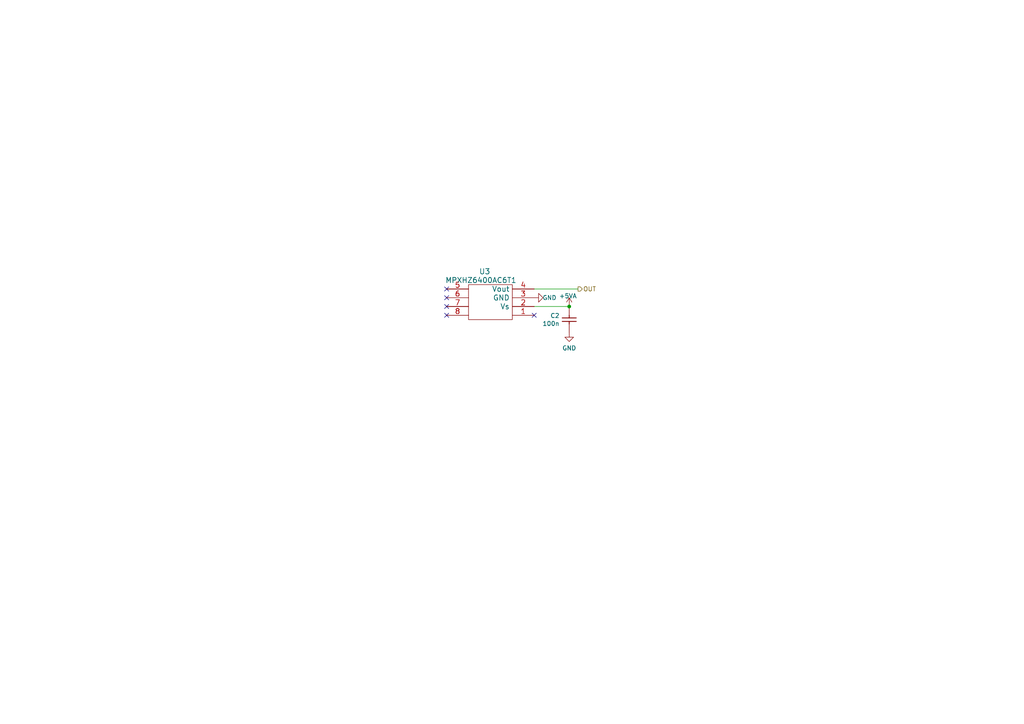
<source format=kicad_sch>
(kicad_sch (version 20230121) (generator eeschema)
  (paper "A4")
  (lib_symbols
    (symbol "MPX-4_MAP:MPX4_MAP" (pin_names (offset 0.762))
      (property "Reference" "U1" (at 3.2512 -11.7856 0))
      (property "Value" "MPXH6400A" (at -1.8288 -9.0932 0))
      (symbol "MPX4_MAP_0_1"
        (rectangle (start -2.54 7.62) (end 10.16 -2.54))
      )
      (symbol "MPX4_MAP_1_1"
        (pin passive line (at -8.89 6.35 0) (length 6.35) (name "") (number "1"))
        (pin passive line (at -8.89 3.81 0) (length 6.35) (name "Vs") (number "2"))
        (pin passive line (at -8.89 1.27 0) (length 6.35) (name "GND") (number "3"))
        (pin passive line (at -8.89 -1.27 0) (length 6.35) (name "Vout") (number "4"))
        (pin passive line (at 16.51 -1.27 180) (length 6.35) (name "") (number "5"))
        (pin passive line (at 16.51 1.27 180) (length 6.35) (name "") (number "6"))
        (pin passive line (at 16.51 3.81 180) (length 6.35) (name "") (number "7"))
        (pin passive line (at 16.51 6.35 180) (length 6.35) (name "") (number "8"))
      )
    )
    (symbol "hellen-one-common:Cap" (pin_numbers hide)
      (property "Reference" "C" (at -3.81 2.54 0))
      (property "Value" "Cap" (at -2.54 -1.27 0))
      (symbol "Cap_1_0"
        (polyline (pts (xy -1.27 0) (xy -0.508 0)) (stroke (width 0.254)))
        (polyline (pts (xy -0.508 -2.032) (xy -0.508 2.032)) (stroke (width 0.254)))
        (polyline (pts (xy 0.508 2.032) (xy 0.508 -2.032)) (stroke (width 0.254)))
        (polyline (pts (xy 1.27 0) (xy 0.508 0)) (stroke (width 0.254)))
        (pin passive line (at -3.81 0 0) (length 2.54) (name "") (number "1"))
        (pin passive line (at 3.81 0 180) (length 2.54) (name "") (number "2"))
      )
    )
    (symbol "power:+5VA" (power) (pin_names (offset 0))
      (property "Value" "+5VA" (at 0 3.556 0))
      (symbol "+5VA_0_1"
        (polyline (pts (xy -0.762 1.27) (xy 0 2.54)))
        (polyline (pts (xy 0 0) (xy 0 2.54)))
        (polyline (pts (xy 0 2.54) (xy 0.762 1.27)))
      )
      (symbol "+5VA_1_1"
        (pin power_in line (at 0 0 90) (length 0) hide (name "+5VA") (number "1"))
      )
    )
    (symbol "power:GND" (power) (pin_names (offset 0))
      (property "Value" "GND" (at 0 -3.81 0))
      (symbol "GND_0_1"
        (polyline (pts (xy 0 0) (xy 0 -1.27) (xy 1.27 -1.27) (xy 0 -2.54) (xy -1.27 -1.27) (xy 0 -1.27)))
      )
      (symbol "GND_1_1"
        (pin power_in line (at 0 0 270) (length 0) hide (name "GND") (number "1"))
      )
    )
  )
  (junction (at 165.1 88.9))
  (no_connect (at 129.54 83.82))
  (no_connect (at 129.54 91.44))
  (no_connect (at 129.54 88.9))
  (no_connect (at 129.54 86.36))
  (no_connect (at 154.94 91.44))
  (wire (pts (xy 165.1 88.9) (xy 154.94 88.9)))
  (wire (pts (xy 154.94 83.82) (xy 167.64 83.82)))
  (hierarchical_label "OUT" (shape output) (at 167.64 83.82 0))
  (symbol (lib_id "power:GND") (at 154.94 86.36 90) (mirror x) (unit 1)
    (property "Reference" "#PWR041" (effects hide))
    (property "Value" "GND" (at 159.385 86.36 90))
  )
  (symbol (lib_id "MPX-4_MAP:MPX4_MAP") (at 146.05 85.09 180) (unit 1)
    (property "Reference" "U3" (at 142.24 78.74 0) (effects (font (size 1.524 1.524)) (justify left)))
    (property "Value" "MPXHZ6400AC6T1" (at 149.86 81.28 0) (effects (font (size 1.524 1.524)) (justify left)))
    (property "Footprint" "hellen-one-common:MPXH6400A-SSOP8" (effects hide))
    (property "LCSC" "C511770" (effects hide))
    (instances (project "alphax_2ch" (path "" (reference "U3") (unit 1)) (path "" (reference "U1") (unit 1))))
  )
  (symbol (lib_id "power:GND") (at 165.1 96.52 0) (mirror y) (unit 1)
    (property "Reference" "#PWR047" (effects hide))
    (property "Value" "GND" (at 165.1 100.965 0))
    (instances (project "alphax_2ch" (path "" (reference "#PWR047") (unit 1)) (path "" (reference "#PWR077") (unit 1))))
  )
  (symbol (lib_id "power:+5VA") (at 165.1 88.9 0) (mirror y) (unit 1)
    (property "Reference" "#PWR0115" (effects hide))
    (property "Value" "+5VA" (at 164.7317 85.8456 0))
    (instances (project "alphax_2ch" (path "" (reference "#PWR0115") (unit 1)) (path "" (reference "#PWR047") (unit 1))))
  )
  (symbol (lib_id "hellen-one-common:Cap") (at 165.1 92.71 270) (mirror x) (unit 1)
    (property "Reference" "C2" (at 162.3059 91.5606 90) (effects (justify right)))
    (property "Value" "100n" (at 162.3059 93.8593 90) (effects (justify right)))
    (property "Footprint" "hellen-one-common:C0603" (effects hide))
    (property "LCSC" "C14663" (effects hide))
  )
)
</source>
